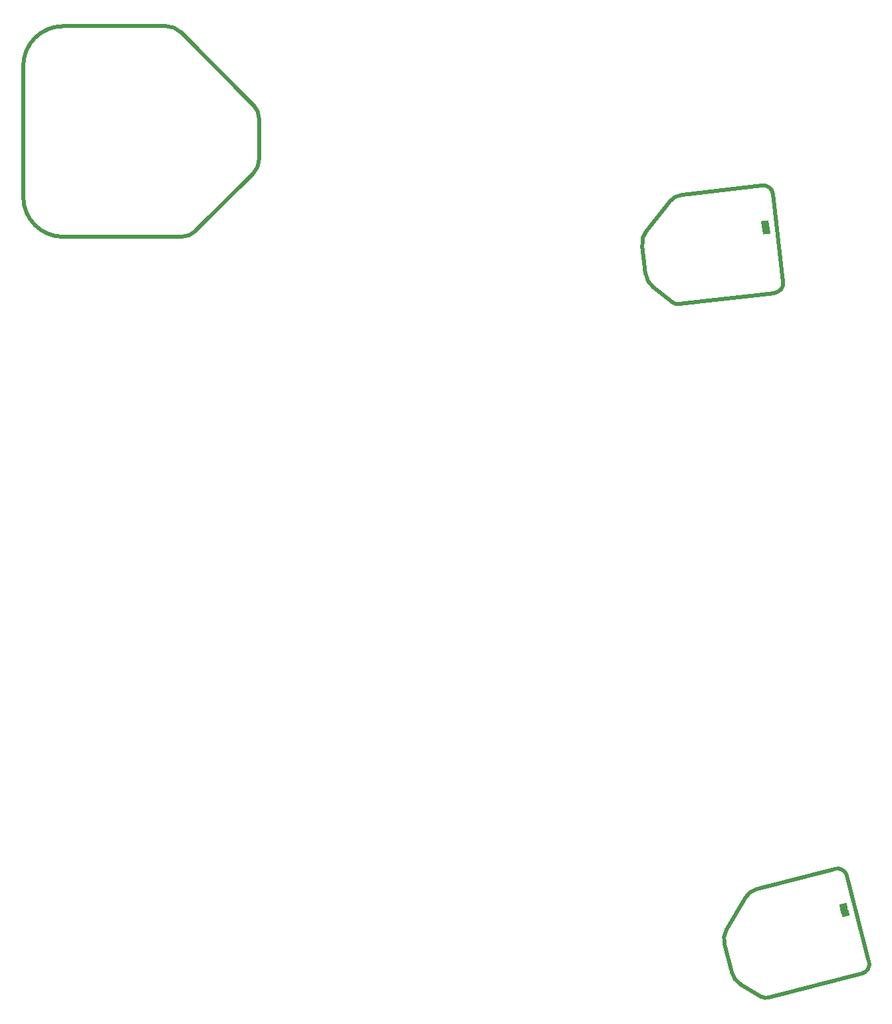
<source format=gbr>
*
G4_C Author: OrCAD GerbTool(tm) 8.1.1 Thu Jun 19 00:04:30 2003*
%LPD*%
%LNstiffbot*%
%FSLAX34Y34*%
%MOIN*%
%AD*%
%AMD26R104*
20,1,0.027000,0.000000,-0.018600,0.000000,0.018600,104.500000*
%
%AMD26R96*
20,1,0.027000,0.000000,-0.018600,0.000000,0.018600,96.600000*
%
%ADD10C,0.010000*%
%ADD11C,0.020000*%
%ADD12D26R104*%
%ADD13D26R96*%
%ADD26R,0.027000X0.037200*%
G4_C OrCAD GerbTool Tool List *
G54D11*
G1X9301Y40512D2*
G75*
G2X8595Y40219I-707J707D1*
G74*
G1X9301Y40512D2*
G1X12187Y43398D1*
G75*
G3X12479Y44105I-707J707D1*
G74*
G1X12479Y46128D1*
G75*
G3X12187Y46835I-1000J0D1*
G74*
G1X8538Y50483D1*
G75*
G3X7831Y50776I-707J-707D1*
G74*
G1X8595Y40219D2*
G1X2651Y40219D1*
G75*
G2X651Y42219I0J2000D1*
G74*
G1X651Y48776D1*
G1X2651Y50776D2*
G1X7831Y50776D1*
G1X651Y48776D2*
G75*
G2X2651Y50776I2000J0D1*
G74*
G1X41959Y8175D2*
G75*
G3X41349Y8534I-484J-125D1*
G74*
G1X37667Y2131D2*
G75*
G3X38047Y2077I254J431D1*
G74*
G1X42708Y3283D1*
G1X43066Y3892D2*
G1X41959Y8175D1*
G1X42708Y3283D2*
G75*
G3X43066Y3892I-125J484D1*
G74*
G1X37667Y2131D2*
G1X36638Y2737D1*
G75*
G2X36178Y3349I508J862D1*
G74*
G1X35818Y4741D1*
G75*
G2X35925Y5499I968J250D1*
G74*
G1X36848Y7067D1*
G1X37459Y7528D2*
G1X41349Y8534D1*
G1X36848Y7067D2*
G75*
G2X37459Y7528I862J-507D1*
G74*
G54D12*
G1X41873Y6275D3*
G1X41823Y6467D3*
G1X41773Y6660D3*
G1X38255Y42353D2*
G75*
G54D11*
G3X37701Y42792I-497J-57D1*
G74*
G1X33173Y36956D2*
G75*
G3X33542Y36851I311J392D1*
G74*
G1X38324Y37404D1*
G1X38763Y37958D2*
G1X38255Y42353D1*
G1X38324Y37404D2*
G75*
G3X38763Y37958I-58J497D1*
G74*
G1X33173Y36956D2*
G1X32237Y37699D1*
G75*
G2X31866Y38367I621J784D1*
G74*
G1X31700Y39796D1*
G75*
G2X31910Y40532I993J115D1*
G74*
G1X33041Y41958D1*
G1X33709Y42330D2*
G1X37701Y42792D1*
G1X33041Y41958D2*
G75*
G2X33709Y42330I784J-621D1*
G74*
G54D13*
G1X37908Y40483D3*
G1X37886Y40680D3*
G1X37863Y40878D3*
M2*

</source>
